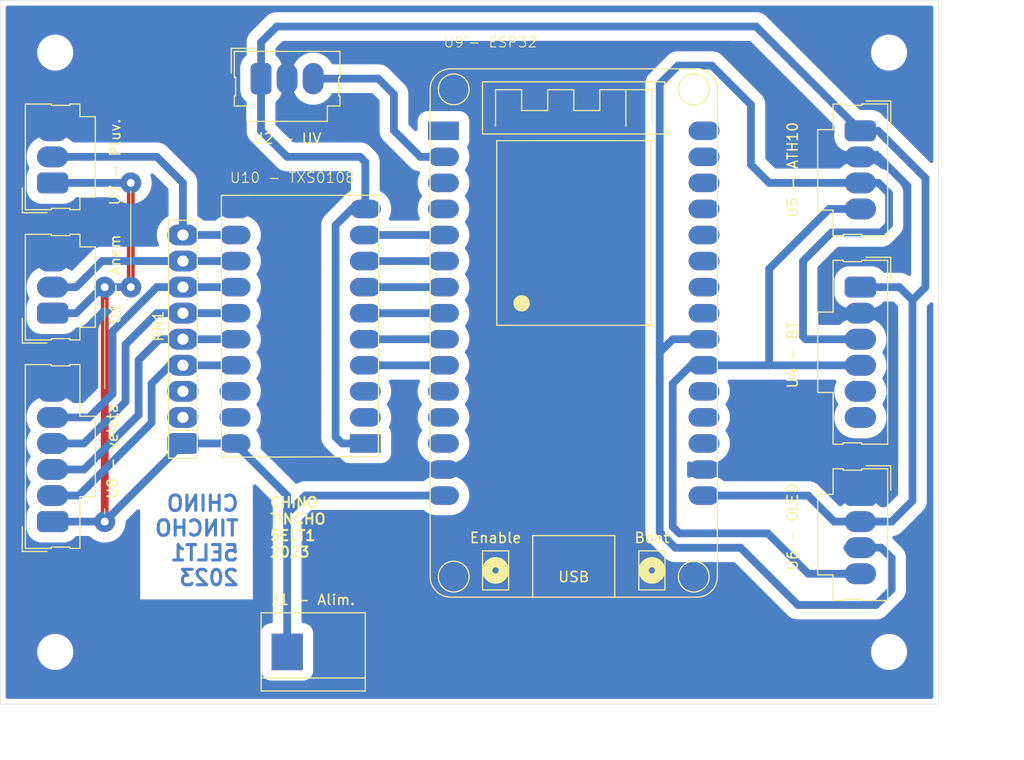
<source format=kicad_pcb>
(kicad_pcb (version 20221018) (generator pcbnew)
  (title_block (title "Estación Meteorológica") (rev "2") (company "Taller de Electrónica") (comment 1 "Tincho y Chino (+Nacho)") (comment 2 "5ELT1") (comment 3 "Proyecto"))
  (layers (0 "F.Cu" signal) (31 "B.Cu" signal) (34 "B.Paste" user) (35 "F.Paste" user) (36 "B.SilkS" user "B.Silkscreen") (37 "F.SilkS" user "F.Silkscreen") (38 "B.Mask" user) (39 "F.Mask" user) (44 "Edge.Cuts" user))
  (net 0 "")
  (net 1 "+3.3V")
  (net 2 "+5V")
  (net 3 "Earth")
  (net 6 "/N")
  (net 7 "/E")
  (net 8 "/S")
  (net 9 "/O")
  (net 10 "/VEL")
  (net 11 "/PL")
  (net 12 "/UV")
  (net 13 "Net-(U4-SCL)")
  (net 14 "Net-(U4-SDA)")
  (net 20 "Net-(U10-A8)")
  (net 21 "Net-(U10-A7)")
  (net 22 "Net-(U10-A6)")
  (net 23 "Net-(U10-A5)")
  (net 24 "Net-(U10-A4)")
  (net 25 "Net-(U10-A3)")
  (footprint "Estacion_met:Molex_6_1x06_P2.54mm_Vertical" (layer "F.Cu") (at 139.192 52.578 -90)
    (fp_text reference "U4 - BT" (at 6.604 6.604 90) (layer "F.SilkS"))
    (fp_text value "BMP280")
    (fp_line (start -2.91 -2.96) (end -0.5 -2.96) (stroke (width 0.12)) (layer "F.SilkS"))
    (fp_line (start -2.91 -0.55) (end -2.91 -2.96) (stroke (width 0.12)) (layer "F.SilkS"))
    (fp_line (start -2.61 -2.66) (end -2.61 -0.13) (stroke (width 0.12)) (layer "F.SilkS"))
    (fp_line (start -2.61 -0.13) (end -2.48 -0.13) (stroke (width 0.12)) (layer "F.SilkS"))
    (fp_line (start -2.61 1.68) (end -2.61 2.66) (stroke (width 0.12)) (layer "F.SilkS"))
    (fp_line (start -2.61 2.66) (end 2.43 2.66) (stroke (width 0.12)) (layer "F.SilkS"))
    (fp_line (start -2.48 -0.13) (end -2.48 1.68) (stroke (width 0.12)) (layer "F.SilkS"))
    (fp_line (start -2.48 1.68) (end -2.61 1.68) (stroke (width 0.12)) (layer "F.SilkS"))
    (fp_line (start 2.43 2.66) (end 2.43 4.16) (stroke (width 0.12)) (layer "F.SilkS"))
    (fp_line (start 2.43 4.16) (end 10.27 4.16) (stroke (width 0.12)) (layer "F.SilkS"))
    (fp_line (start 10.27 2.66) (end 15.31 2.66) (stroke (width 0.12)) (layer "F.SilkS"))
    (fp_line (start 10.27 4.16) (end 10.27 2.66) (stroke (width 0.12)) (layer "F.SilkS"))
    (fp_line (start 15.18 -0.13) (end 15.31 -0.13) (stroke (width 0.12)) (layer "F.SilkS"))
    (fp_line (start 15.18 1.68) (end 15.18 -0.13) (stroke (width 0.12)) (layer "F.SilkS"))
    (fp_line (start 15.31 -2.66) (end -2.61 -2.66) (stroke (width 0.12)) (layer "F.SilkS"))
    (fp_line (start 15.31 -0.13) (end 15.31 -2.66) (stroke (width 0.12)) (layer "F.SilkS"))
    (fp_line (start 15.31 1.68) (end 15.18 1.68) (stroke (width 0.12)) (layer "F.SilkS"))
    (fp_line (start 15.31 2.66) (end 15.31 1.68) (stroke (width 0.12)) (layer "F.SilkS"))
    (pad "1" thru_hole roundrect (at 0 0 270) (size 2.032 3.048) (drill 0.001) (layers "*.Cu" "*.Mask") (net 1 "+3.3V"))
    (pad "2" thru_hole oval (at 2.54 0 270) (size 2.032 3.048) (drill 0.001) (layers "*.Cu" "*.Mask") (net 3 "Earth"))
    (pad "3" thru_hole oval (at 5.08 0 270) (size 2.032 3.048) (drill 0.001) (layers "*.Cu" "*.Mask") (net 13 "Net-(U4-SCL)"))
    (pad "4" thru_hole oval (at 7.62 0 270) (size 2.032 3.048) (drill 0.001) (layers "*.Cu" "*.Mask") (net 14 "Net-(U4-SDA)"))
    (pad "5" thru_hole oval (at 10.16 0 270) (size 2.032 3.048) (drill 0.001) (layers "*.Cu" "*.Mask"))
    (pad "6" thru_hole oval (at 12.7 0 270) (size 2.032 3.048) (drill 0.001) (layers "*.Cu" "*.Mask"))
  )
  (footprint "Estacion_met:R_Array_SIP9" (layer "F.Cu") (at 73.152 67.818 90)
    (fp_text reference "RN1" (at 11.43 -2.4 90) (layer "F.SilkS"))
    (fp_text value "R_Network08")
    (fp_line (start -1.44 -1.4) (end -1.44 1.4) (stroke (width 0.12)) (layer "F.SilkS"))
    (fp_line (start -1.44 1.4) (end 21.76 1.4) (stroke (width 0.12)) (layer "F.SilkS"))
    (fp_line (start 1.27 -1.4) (end 1.27 1.4) (stroke (width 0.12)) (layer "F.SilkS"))
    (fp_line (start 21.76 -1.4) (end -1.44 -1.4) (stroke (width 0.12)) (layer "F.SilkS"))
    (fp_line (start 21.76 1.4) (end 21.76 -1.4) (stroke (width 0.12)) (layer "F.SilkS"))
    (pad "1" thru_hole roundrect (at 0 0 90) (size 2.032 3.048) (drill 0.001) (layers "*.Cu" "*.Mask") (net 2 "+5V"))
    (pad "2" thru_hole oval (at 2.54 0 90) (size 2.032 3.048) (drill 1.09) (layers "*.Cu" "*.Mask" "Dwgs.User"))
    (pad "3" thru_hole oval (at 5.08 0 90) (size 2.032 3.048) (drill 1.09) (layers "*.Cu" "*.Mask" "Dwgs.User"))
    (pad "4" thru_hole oval (at 7.62 0 90) (size 2.032 3.048) (drill 1.09) (layers "*.Cu" "*.Mask" "Dwgs.User") (net 6 "/N"))
    (pad "5" thru_hole oval (at 10.16 0 90) (size 2.032 3.048) (drill 1.09) (layers "*.Cu" "*.Mask" "Dwgs.User") (net 7 "/E"))
    (pad "6" thru_hole oval (at 12.7 0 90) (size 2.032 3.048) (drill 1.09) (layers "*.Cu" "*.Mask" "Dwgs.User") (net 8 "/S"))
    (pad "7" thru_hole oval (at 15.24 0 90) (size 2.032 3.048) (drill 1.09) (layers "*.Cu" "*.Mask" "Dwgs.User") (net 9 "/O"))
    (pad "8" thru_hole oval (at 17.78 0 90) (size 2.032 3.048) (drill 1.09) (layers "*.Cu" "*.Mask" "Dwgs.User") (net 10 "/VEL"))
    (pad "9" thru_hole oval (at 20.32 0 90) (size 2.032 3.048) (drill 1.09) (layers "*.Cu" "*.Mask" "Dwgs.User") (net 11 "/PL"))
  )
  (footprint "MountingHole:MountingHole_3mm" (layer "F.Cu") (at 141.986 29.718)
    (fp_text reference "REF**" hide)
    (fp_text value "MountingHole_3mm" hide)
    (pad "" np_thru_hole circle (at 0 0) (size 3 3) (drill 3) (layers "F&B.Cu" "*.Mask"))
  )
  (footprint "Estacion_met:Molex_4_1x04_P2.54mm_Vertical" (layer "F.Cu") (at 139.192 37.338 -90)
    (fp_text reference "U5 - ATH10" (at 3.81 6.604 90) (layer "F.SilkS"))
    (fp_text value "ATH10")
    (fp_line (start -2.91 -2.96) (end -0.5 -2.96) (stroke (width 0.12)) (layer "F.SilkS"))
    (fp_line (start -2.91 -0.55) (end -2.91 -2.96) (stroke (width 0.12)) (layer "F.SilkS"))
    (fp_line (start -2.61 -2.66) (end -2.61 -0.13) (stroke (width 0.12)) (layer "F.SilkS"))
    (fp_line (start -2.61 -0.13) (end -2.48 -0.13) (stroke (width 0.12)) (layer "F.SilkS"))
    (fp_line (start -2.61 1.68) (end -2.61 2.66) (stroke (width 0.12)) (layer "F.SilkS"))
    (fp_line (start -2.61 2.66) (end -0.11 2.66) (stroke (width 0.12)) (layer "F.SilkS"))
    (fp_line (start -2.48 -0.13) (end -2.48 1.68) (stroke (width 0.12)) (layer "F.SilkS"))
    (fp_line (start -2.48 1.68) (end -2.61 1.68) (stroke (width 0.12)) (layer "F.SilkS"))
    (fp_line (start -0.11 2.66) (end -0.11 4.16) (stroke (width 0.12)) (layer "F.SilkS"))
    (fp_line (start -0.11 4.16) (end 7.73 4.16) (stroke (width 0.12)) (layer "F.SilkS"))
    (fp_line (start 7.73 2.66) (end 10.23 2.66) (stroke (width 0.12)) (layer "F.SilkS"))
    (fp_line (start 7.73 4.16) (end 7.73 2.66) (stroke (width 0.12)) (layer "F.SilkS"))
    (fp_line (start 10.1 -0.13) (end 10.23 -0.13) (stroke (width 0.12)) (layer "F.SilkS"))
    (fp_line (start 10.1 1.68) (end 10.1 -0.13) (stroke (width 0.12)) (layer "F.SilkS"))
    (fp_line (start 10.23 -2.66) (end -2.61 -2.66) (stroke (width 0.12)) (layer "F.SilkS"))
    (fp_line (start 10.23 -0.13) (end 10.23 -2.66) (stroke (width 0.12)) (layer "F.SilkS"))
    (fp_line (start 10.23 1.68) (end 10.1 1.68) (stroke (width 0.12)) (layer "F.SilkS"))
    (fp_line (start 10.23 2.66) (end 10.23 1.68) (stroke (width 0.12)) (layer "F.SilkS"))
    (pad "1" thru_hole roundrect (at 0 0 270) (size 2.032 3.048) (drill 0.001) (layers "*.Cu" "*.Mask") (net 1 "+3.3V"))
    (pad "2" thru_hole oval (at 2.54 0 270) (size 2.032 3.048) (drill 0.001) (layers "*.Cu" "*.Mask") (net 3 "Earth"))
    (pad "3" thru_hole oval (at 5.08 0 270) (size 2.032 3.048) (drill 0.001) (layers "*.Cu" "*.Mask") (net 13 "Net-(U4-SCL)"))
    (pad "4" thru_hole oval (at 7.62 0 270) (size 2.032 3.048) (drill 0.001) (layers "*.Cu" "*.Mask") (net 14 "Net-(U4-SDA)"))
  )
  (footprint "Estacion_met:Bornera-2_P5.08mm" (layer "F.Cu") (at 83.312 88.138)
    (fp_text reference "J1 - Alim." (at 2.54 -5.08) (layer "F.SilkS"))
    (fp_text value "Alimentación")
    (fp_line (start -2.54 -3.81) (end -2.54 3.81) (stroke (width 0.12)) (layer "F.SilkS"))
    (fp_line (start -2.54 3.81) (end 7.62 3.81) (stroke (width 0.12)) (layer "F.SilkS"))
    (fp_line (start 7.62 -3.81) (end -2.54 -3.81) (stroke (width 0.12)) (layer "F.SilkS"))
    (fp_line (start 7.62 2.54) (end -2.54 2.54) (stroke (width 0.12)) (layer "F.SilkS"))
    (fp_line (start 7.62 3.81) (end 7.62 -3.81) (stroke (width 0.12)) (layer "F.SilkS"))
    (pad "1" thru_hole rect (at 0 0) (size 3.048 3.556) (drill 0.001) (layers "*.Cu" "*.Mask") (net 2 "+5V"))
    (pad "2" thru_hole oval (at 5.08 0) (size 3.048 3.556) (drill 0.001) (layers "*.Cu" "*.Mask") (net 3 "Earth"))
  )
  (footprint "Estacion_met:Molex_3_1x03_P2.54mm_Vertical" (layer "F.Cu") (at 80.772 32.258)
    (fp_text reference "U2 - UV" (at 2.54 5.842) (layer "F.SilkS"))
    (fp_text value "GUVA_12S")
    (fp_line (start -2.91 -2.96) (end -0.5 -2.96) (stroke (width 0.12)) (layer "F.SilkS"))
    (fp_line (start -2.91 -0.55) (end -2.91 -2.96) (stroke (width 0.12)) (layer "F.SilkS"))
    (fp_line (start -2.61 -2.66) (end -2.61 -0.13) (stroke (width 0.12)) (layer "F.SilkS"))
    (fp_line (start -2.61 -0.13) (end -2.48 -0.13) (stroke (width 0.12)) (layer "F.SilkS"))
    (fp_line (start -2.61 1.68) (end -2.61 2.66) (stroke (width 0.12)) (layer "F.SilkS"))
    (fp_line (start -2.61 2.66) (end -1.38 2.66) (stroke (width 0.12)) (layer "F.SilkS"))
    (fp_line (start -2.48 -0.13) (end -2.48 1.68) (stroke (width 0.12)) (layer "F.SilkS"))
    (fp_line (start -2.48 1.68) (end -2.61 1.68) (stroke (width 0.12)) (layer "F.SilkS"))
    (fp_line (start -1.38 2.66) (end -1.38 4.16) (stroke (width 0.12)) (layer "F.SilkS"))
    (fp_line (start -1.38 4.16) (end 6.46 4.16) (stroke (width 0.12)) (layer "F.SilkS"))
    (fp_line (start 6.46 2.66) (end 7.69 2.66) (stroke (width 0.12)) (layer "F.SilkS"))
    (fp_line (start 6.46 4.16) (end 6.46 2.66) (stroke (width 0.12)) (layer "F.SilkS"))
    (fp_line (start 7.56 -0.13) (end 7.69 -0.13) (stroke (width 0.12)) (layer "F.SilkS"))
    (fp_line (start 7.56 1.68) (end 7.56 -0.13) (stroke (width 0.12)) (layer "F.SilkS"))
    (fp_line (start 7.69 -2.66) (end -2.61 -2.66) (stroke (width 0.12)) (layer "F.SilkS"))
    (fp_line (start 7.69 -0.13) (end 7.69 -2.66) (stroke (width 0.12)) (layer "F.SilkS"))
    (fp_line (start 7.69 1.68) (end 7.56 1.68) (stroke (width 0.12)) (layer "F.SilkS"))
    (fp_line (start 7.69 2.66) (end 7.69 1.68) (stroke (width 0.12)) (layer "F.SilkS"))
    (pad "1" thru_hole roundrect (at 0 0) (size 2.032 3.048) (drill 0.001) (layers "*.Cu" "*.Mask") (net 1 "+3.3V"))
    (pad "2" thru_hole oval (at 2.54 0) (size 2.032 3.048) (drill 0.001) (layers "*.Cu" "*.Mask") (net 3 "Earth"))
    (pad "3" thru_hole oval (at 5.08 0) (size 2.032 3.048) (drill 0.001) (layers "*.Cu" "*.Mask") (net 12 "/UV"))
  )
  (footprint "MountingHole:MountingHole_3mm" (layer "F.Cu") (at 141.986 88.138)
    (fp_text reference "REF**" hide)
    (fp_text value "MountingHole_3mm" hide)
    (pad "" np_thru_hole circle (at 0 0) (size 3 3) (drill 3) (layers "F&B.Cu" "*.Mask"))
  )
  (footprint "Estacion_met:Molex_3_1x03_P2.54mm_Vertical" (layer "F.Cu") (at 60.452 42.418 90)
    (fp_text reference "U7 - Pluv." (at 2.032 6.096 90) (layer "F.SilkS"))
    (fp_text value "Pluviómetro")
    (fp_line (start -2.91 -2.96) (end -0.5 -2.96) (stroke (width 0.12)) (layer "F.SilkS"))
    (fp_line (start -2.91 -0.55) (end -2.91 -2.96) (stroke (width 0.12)) (layer "F.SilkS"))
    (fp_line (start -2.61 -2.66) (end -2.61 -0.13) (stroke (width 0.12)) (layer "F.SilkS"))
    (fp_line (start -2.61 -0.13) (end -2.48 -0.13) (stroke (width 0.12)) (layer "F.SilkS"))
    (fp_line (start -2.61 1.68) (end -2.61 2.66) (stroke (width 0.12)) (layer "F.SilkS"))
    (fp_line (start -2.61 2.66) (end -1.38 2.66) (stroke (width 0.12)) (layer "F.SilkS"))
    (fp_line (start -2.48 -0.13) (end -2.48 1.68) (stroke (width 0.12)) (layer "F.SilkS"))
    (fp_line (start -2.48 1.68) (end -2.61 1.68) (stroke (width 0.12)) (layer "F.SilkS"))
    (fp_line (start -1.38 2.66) (end -1.38 4.16) (stroke (width 0.12)) (layer "F.SilkS"))
    (fp_line (start -1.38 4.16) (end 6.46 4.16) (stroke (width 0.12)) (layer "F.SilkS"))
    (fp_line (start 6.46 2.66) (end 7.69 2.66) (stroke (width 0.12)) (layer "F.SilkS"))
    (fp_line (start 6.46 4.16) (end 6.46 2.66) (stroke (width 0.12)) (layer "F.SilkS"))
    (fp_line (start 7.56 -0.13) (end 7.69 -0.13) (stroke (width 0.12)) (layer "F.SilkS"))
    (fp_line (start 7.56 1.68) (end 7.56 -0.13) (stroke (width 0.12)) (layer "F.SilkS"))
    (fp_line (start 7.69 -2.66) (end -2.61 -2.66) (stroke (width 0.12)) (layer "F.SilkS"))
    (fp_line (start 7.69 -0.13) (end 7.69 -2.66) (stroke (width 0.12)) (layer "F.SilkS"))
    (fp_line (start 7.69 1.68) (end 7.56 1.68) (stroke (width 0.12)) (layer "F.SilkS"))
    (fp_line (start 7.69 2.66) (end 7.69 1.68) (stroke (width 0.12)) (layer "F.SilkS"))
    (pad "1" thru_hole roundrect (at 0 0 90) (size 2.032 3.048) (drill 0.001) (layers "*.Cu" "*.Mask") (net 2 "+5V"))
    (pad "2" thru_hole oval (at 2.54 0 90) (size 2.032 3.048) (drill 0.001) (layers "*.Cu" "*.Mask") (net 11 "/PL"))
    (pad "3" thru_hole oval (at 5.08 0 90) (size 2.032 3.048) (drill 0.001) (layers "*.Cu" "*.Mask") (net 3 "Earth"))
  )
  (footprint "Estacion_met:ESP32_DEV1" (layer "F.Cu") (at 111.252 50.038)
    (fp_text reference "U9`- ESP32" (at -8.128 -21.336 unlocked) (layer "F.SilkS") (effects (font (thickness 0.1))))
    (fp_text value "~")
    (fp_text user "USB" (at 0 30.79) (layer "F.SilkS"))
    (fp_text user "Boot" (at 7.62 26.98) (layer "F.SilkS"))
    (fp_text user "Enable" (at -7.62 26.98) (layer "F.SilkS"))
    (fp_line (start -14 -16.74) (end -14 30.76) (stroke (width 0.12)) (layer "F.SilkS"))
    (fp_line (start -12 -18.74) (end 12 -18.74) (stroke (width 0.12)) (layer "F.SilkS"))
    (fp_line (start -12 32.76) (end 12 32.76) (stroke (width 0.12)) (layer "F.SilkS"))
    (fp_line (start -8.89 -17.47) (end 8.89 -17.47) (stroke (width 0.12)) (layer "F.SilkS"))
    (fp_line (start -8.89 -12.39) (end -8.89 -17.47) (stroke (width 0.12)) (layer "F.SilkS"))
    (fp_line (start -8.89 28.25) (end -6.35 28.25) (stroke (width 0.12)) (layer "F.SilkS"))
    (fp_line (start -8.89 32.06) (end -8.89 28.25) (stroke (width 0.12)) (layer "F.SilkS"))
    (fp_line (start -7.62 -16.708) (end -5.08 -16.708) (stroke (width 0.12)) (layer "F.SilkS"))
    (fp_line (start -7.62 -13.152) (end -7.62 -16.708) (stroke (width 0.12)) (layer "F.SilkS"))
    (fp_line (start -7.5 -11.74) (end 7.5 -11.74) (stroke (width 0.12)) (layer "F.SilkS"))
    (fp_line (start -7.5 6.26) (end -7.5 -11.74) (stroke (width 0.12)) (layer "F.SilkS"))
    (fp_line (start -6.35 28.25) (end -6.35 32.06) (stroke (width 0.12)) (layer "F.SilkS"))
    (fp_line (start -6.35 32.06) (end -8.89 32.06) (stroke (width 0.12)) (layer "F.SilkS"))
    (fp_line (start -5.08 -16.708) (end -5.08 -14.676) (stroke (width 0.12)) (layer "F.SilkS"))
    (fp_line (start -5.08 -14.676) (end -2.54 -14.676) (stroke (width 0.12)) (layer "F.SilkS"))
    (fp_line (start -4 26.76) (end -4 32.76) (stroke (width 0.12)) (layer "F.SilkS"))
    (fp_line (start -4 26.76) (end 4 26.76) (stroke (width 0.12)) (layer "F.SilkS"))
    (fp_line (start -2.54 -16.708) (end 0 -16.708) (stroke (width 0.12)) (layer "F.SilkS"))
    (fp_line (start -2.54 -14.676) (end -2.54 -16.708) (stroke (width 0.12)) (layer "F.SilkS"))
    (fp_line (start 0 -16.708) (end 0 -14.676) (stroke (width 0.12)) (layer "F.SilkS"))
    (fp_line (start 0 -14.676) (end 2.54 -14.676) (stroke (width 0.12)) (layer "F.SilkS"))
    (fp_line (start 2.54 -16.708) (end 7.62 -16.708) (stroke (width 0.12)) (layer "F.SilkS"))
    (fp_line (start 2.54 -14.676) (end 2.54 -16.708) (stroke (width 0.12)) (layer "F.SilkS"))
    (fp_line (start 4 26.76) (end 4 32.76) (stroke (width 0.12)) (layer "F.SilkS"))
    (fp_line (start 5.08 -16.708) (end 5.08 -13.152) (stroke (width 0.12)) (layer "F.SilkS"))
    (fp_line (start 6.35 28.25) (end 8.89 28.25) (stroke (width 0.12)) (layer "F.SilkS"))
    (fp_line (start 6.35 32.06) (end 6.35 28.25) (stroke (width 0.12)) (layer "F.SilkS"))
    (fp_line (start 7.5 -11.74) (end 7.5 6.26) (stroke (width 0.12)) (layer "F.SilkS"))
    (fp_line (start 7.5 6.26) (end -7.5 6.26) (stroke (width 0.12)) (layer "F.SilkS"))
    (fp_line (start 7.62 -16.708) (end 7.62 -13.152) (stroke (width 0.12)) (layer "F.SilkS"))
    (fp_line (start 8.89 -17.47) (end 8.89 -12.39) (stroke (width 0.12)) (layer "F.SilkS"))
    (fp_line (start 8.89 -12.39) (end -8.89 -12.39) (stroke (width 0.12)) (layer "F.SilkS"))
    (fp_line (start 8.89 28.25) (end 8.89 32.06) (stroke (width 0.12)) (layer "F.SilkS"))
    (fp_line (start 8.89 32.06) (end 6.35 32.06) (stroke (width 0.12)) (layer "F.SilkS"))
    (fp_line (start 14 30.76) (end 14 -16.74) (stroke (width 0.12)) (layer "F.SilkS"))
    (fp_arc (start -14 -16.74) (mid -13.414214 -18.154214) (end -12 -18.74) (stroke (width 0.12)) (layer "F.SilkS"))
    (fp_arc (start -12 32.76) (mid -13.414214 32.174214) (end -14 30.76) (stroke (width 0.12)) (layer "F.SilkS"))
    (fp_arc (start 12 -18.74) (mid 13.414214 -18.154214) (end 14 -16.74) (stroke (width 0.12)) (layer "F.SilkS"))
    (fp_arc (start 14 30.76) (mid 13.414214 32.174214) (end 12 32.76) (stroke (width 0.12)) (layer "F.SilkS"))
    (fp_circle (center -11.7 -16.74) (end -10.2 -16.74) (stroke (width 0.12)) (fill none) (layer "F.SilkS"))
    (fp_circle (center -11.7 30.76) (end -10.2 30.76) (stroke (width 0.12)) (fill none) (layer "F.SilkS"))
    (fp_circle (center -7.62 30.155) (end -7.32 30.155) (stroke (width 1)) (fill none) (layer "F.SilkS"))
    (fp_circle (center -5.08 4.12) (end -4.68 4.12) (stroke (width 0.8)) (fill none) (layer "F.SilkS"))
    (fp_circle (center 7.62 30.155) (end 7.92 30.155) (stroke (width 1)) (fill none) (layer "F.SilkS"))
    (fp_circle (center 11.7 -16.74) (end 13.2 -16.74) (stroke (width 0.12)) (fill none) (layer "F.SilkS"))
    (fp_circle (center 11.7 30.76) (end 13.2 30.76) (stroke (width 0.12)) (fill none) (layer "F.SilkS"))
    (pad "1" thru_hole rect (at -12.7 -12.7) (size 3 1.8) (drill 0.001) (layers "*.Cu" "*.Mask"))
    (pad "2" thru_hole oval (at -12.7 -10.16) (size 3 1.8) (drill 0.001) (layers "*.Cu" "*.Mask") (net 12 "/UV"))
    (pad "3" thru_hole oval (at -12.7 -7.62) (size 3 1.8) (drill 0.001) (layers "*.Cu" "*.Mask"))
    (pad "4" thru_hole oval (at -12.7 -5.08) (size 3 1.8) (drill 0.001) (layers "*.Cu" "*.Mask"))
    (pad "5" thru_hole oval (at -12.7 -2.54) (size 3 1.8) (drill 0.001) (layers "*.Cu" "*.Mask") (net 20 "Net-(U10-A8)"))
    (pad "6" thru_hole oval (at -12.7 0) (size 3 1.8) (drill 0.001) (layers "*.Cu" "*.Mask") (net 21 "Net-(U10-A7)"))
    (pad "7" thru_hole oval (at -12.7 2.54) (size 3 1.8) (drill 0.001) (layers "*.Cu" "*.Mask") (net 22 "Net-(U10-A6)"))
    (pad "8" thru_hole oval (at -12.7 5.08) (size 3 1.8) (drill 0.001) (layers "*.Cu" "*.Mask") (net 23 "Net-(U10-A5)"))
    (pad "9" thru_hole oval (at -12.7 7.62) (size 3 1.8) (drill 0.001) (layers "*.Cu" "*.Mask") (net 24 "Net-(U10-A4)"))
    (pad "10" thru_hole oval (at -12.7 10.16) (size 3 1.8) (drill 0.001) (layers "*.Cu" "*.Mask") (net 25 "Net-(U10-A3)"))
    (pad "11" thru_hole oval (at -12.7 12.7) (size 3 1.8) (drill 0.001) (layers "*.Cu" "*.Mask"))
    (pad "12" thru_hole oval (at -12.7 15.24) (size 3 1.8) (drill 0.001) (layers "*.Cu" "*.Mask"))
    (pad "13" thru_hole oval (at -12.7 17.78) (size 3 1.8) (drill 0.001) (layers "*.Cu" "*.Mask"))
    (pad "14" thru_hole oval (at -12.7 20.32) (size 3 1.8) (drill 0.001) (layers "*.Cu" "*.Mask") (net 3 "Earth"))
    (pad "15" thru_hole oval (at -12.7 22.86) (size 3 1.8) (drill 0.001) (layers "*.Cu" "*.Mask") (net 2 "+5V"))
    (pad "16" thru_hole oval (at 12.7 22.86) (size 3 1.8) (drill 0.001) (layers "*.Cu" "*.Mask") (net 1 "+3.3V"))
    (pad "17" thru_hole oval (at 12.7 20.32) (size 3 1.8) (drill 0.001) (layers "*.Cu" "*.Mask") (net 3 "Earth"))
    (pad "18" thru_hole oval (at 12.7 17.78) (size 3 1.8) (drill 0.001) (layers "*.Cu" "*.Mask"))
    (pad "19" thru_hole oval (at 12.7 15.24) (size 3 1.8) (drill 0.001) (layers "*.Cu" "*.Mask"))
    (pad "20" thru_hole oval (at 12.7 12.7) (size 3 1.8) (drill 0.001) (layers "*.Cu" "*.Mask"))
    (pad "21" thru_hole oval (at 12.7 10.16) (size 3 1.8) (drill 0.001) (layers "*.Cu" "*.Mask") (net 14 "Net-(U4-SDA)"))
    (pad "22" thru_hole oval (at 12.7 7.62) (size 3 1.8) (drill 0.001) (layers "*.Cu" "*.Mask") (net 13 "Net-(U4-SCL)"))
    (pad "23" thru_hole oval (at 12.7 5.08) (size 3 1.8) (drill 0.001) (layers "*.Cu" "*.Mask"))
    (pad "24" thru_hole oval (at 12.7 2.54) (size 3 1.8) (drill 0.001) (layers "*.Cu" "*.Mask"))
    (pad "25" thru_hole oval (at 12.7 0) (size 3 1.8) (drill 0.001) (layers "*.Cu" "*.Mask"))
    (pad "26" thru_hole oval (at 12.7 -2.54) (size 3 1.8) (drill 0.001) (layers "*.Cu" "*.Mask"))
    (pad "27" thru_hole oval (at 12.7 -5.08) (size 3 1.8) (drill 0.001) (layers "*.Cu" "*.Mask"))
    (pad "28" thru_hole oval (at 12.7 -7.62) (size 3 1.8) (drill 0.001) (layers "*.Cu" "*.Mask"))
    (pad "29" thru_hole oval (at 12.7 -10.16) (size 3 1.8) (drill 0.001) (layers "*.Cu" "*.Mask"))
    (pad "30" thru_hole oval (at 12.7 -12.7) (size 3 1.8) (drill 0.001) (layers "*.Cu" "*.Mask"))
  )
  (footprint "MountingHole:MountingHole_3mm" (layer "F.Cu") (at 60.706 88.138)
    (fp_text reference "REF**" hide)
    (fp_text value "MountingHole_3mm" hide)
    (pad "" np_thru_hole circle (at 0 0) (size 3 3) (drill 3) (layers "F&B.Cu" "*.Mask"))
  )
  (footprint "Estacion_met:Molex_4_1x04_P2.54mm_Vertical" (layer "F.Cu") (at 139.192 72.898 -90)
    (fp_text reference "U6 - OLED" (at 3.048 6.604 90) (layer "F.SilkS"))
    (fp_text value "~")
    (fp_line (start -2.91 -2.96) (end -0.5 -2.96) (stroke (width 0.12)) (layer "F.SilkS"))
    (fp_line (start -2.91 -0.55) (end -2.91 -2.96) (stroke (width 0.12)) (layer "F.SilkS"))
    (fp_line (start -2.61 -2.66) (end -2.61 -0.13) (stroke (width 0.12)) (layer "F.SilkS"))
    (fp_line (start -2.61 -0.13) (end -2.48 -0.13) (stroke (width 0.12)) (layer "F.SilkS"))
    (fp_line (start -2.61 1.68) (end -2.61 2.66) (stroke (width 0.12)) (layer "F.SilkS"))
    (fp_line (start -2.61 2.66) (end -0.11 2.66) (stroke (width 0.12)) (layer "F.SilkS"))
    (fp_line (start -2.48 -0.13) (end -2.48 1.68) (stroke (width 0.12)) (layer "F.SilkS"))
    (fp_line (start -2.48 1.68) (end -2.61 1.68) (stroke (width 0.12)) (layer "F.SilkS"))
    (fp_line (start -0.11 2.66) (end -0.11 4.16) (stroke (width 0.12)) (layer "F.SilkS"))
    (fp_line (start -0.11 4.16) (end 7.73 4.16) (stroke (width 0.12)) (layer "F.SilkS"))
    (fp_line (start 7.73 2.66) (end 10.23 2.66) (stroke (width 0.12)) (layer "F.SilkS"))
    (fp_line (start 7.73 4.16) (end 7.73 2.66) (stroke (width 0.12)) (layer "F.SilkS"))
    (fp_line (start 10.1 -0.13) (end 10.23 -0.13) (stroke (width 0.12)) (layer "F.SilkS"))
    (fp_line (start 10.1 1.68) (end 10.1 -0.13) (stroke (width 0.12)) (layer "F.SilkS"))
    (fp_line (start 10.23 -2.66) (end -2.61 -2.66) (stroke (width 0.12)) (layer "F.SilkS"))
    (fp_line (start 10.23 -0.13) (end 10.23 -2.66) (stroke (width 0.12)) (layer "F.SilkS"))
    (fp_line (start 10.23 1.68) (end 10.1 1.68) (stroke (width 0.12)) (layer "F.SilkS"))
    (fp_line (start 10.23 2.66) (end 10.23 1.68) (stroke (width 0.12)) (layer "F.SilkS"))
    (pad "1" thru_hole roundrect (at 0 0 270) (size 2.032 3.048) (drill 0.001) (layers "*.Cu" "*.Mask") (net 3 "Earth"))
    (pad "2" thru_hole oval (at 2.54 0 270) (size 2.032 3.048) (drill 0.001) (layers "*.Cu" "*.Mask") (net 1 "+3.3V"))
    (pad "3" thru_hole oval (at 5.08 0 270) (size 2.032 3.048) (drill 0.001) (layers "*.Cu" "*.Mask") (net 13 "Net-(U4-SCL)"))
    (pad "4" thru_hole oval (at 7.62 0 270) (size 2.032 3.048) (drill 0.001) (layers "*.Cu" "*.Mask") (net 14 "Net-(U4-SDA)"))
  )
  (footprint "Estacion_met:Molex_3_1x03_P2.54mm_Vertical" (layer "F.Cu") (at 60.452 55.118 90)
    (fp_text reference "U1 - Anem" (at 3.302 6.096 90) (layer "F.SilkS"))
    (fp_text value "ANEMOMETRO")
    (fp_line (start -2.91 -2.96) (end -0.5 -2.96) (stroke (width 0.12)) (layer "F.SilkS"))
    (fp_line (start -2.91 -0.55) (end -2.91 -2.96) (stroke (width 0.12)) (layer "F.SilkS"))
    (fp_line (start -2.61 -2.66) (end -2.61 -0.13) (stroke (width 0.12)) (layer "F.SilkS"))
    (fp_line (start -2.61 -0.13) (end -2.48 -0.13) (stroke (width 0.12)) (layer "F.SilkS"))
    (fp_line (start -2.61 1.68) (end -2.61 2.66) (stroke (width 0.12)) (layer "F.SilkS"))
    (fp_line (start -2.61 2.66) (end -1.38 2.66) (stroke (width 0.12)) (layer "F.SilkS"))
    (fp_line (start -2.48 -0.13) (end -2.48 1.68) (stroke (width 0.12)) (layer "F.SilkS"))
    (fp_line (start -2.48 1.68) (end -2.61 1.68) (stroke (width 0.12)) (layer "F.SilkS"))
    (fp_line (start -1.38 2.66) (end -1.38 4.16) (stroke (width 0.12)) (layer "F.SilkS"))
    (fp_line (start -1.38 4.16) (end 6.46 4.16) (stroke (width 0.12)) (layer "F.SilkS"))
    (fp_line (start 6.46 2.66) (end 7.69 2.66) (stroke (width 0.12)) (layer "F.SilkS"))
    (fp_line (start 6.46 4.16) (end 6.46 2.66) (stroke (width 0.12)) (layer "F.SilkS"))
    (fp_line (start 7.56 -0.13) (end 7.69 -0.13) (stroke (width 0.12)) (layer "F.SilkS"))
    (fp_line (start 7.56 1.68) (end 7.56 -0.13) (stroke (width 0.12)) (layer "F.SilkS"))
    (fp_line (start 7.69 -2.66) (end -2.61 -2.66) (stroke (width 0.12)) (layer "F.SilkS"))
    (fp_line (start 7.69 -0.13) (end 7.69 -2.66) (stroke (width 0.12)) (layer "F.SilkS"))
    (fp_line (start 7.69 1.68) (end 7.56 1.68) (stroke (width 0.12)) (layer "F.SilkS"))
    (fp_line (start 7.69 2.66) (end 7.69 1.68) (stroke (width 0.12)) (layer "F.SilkS"))
    (pad "1" thru_hole roundrect (at 0 0 90) (size 2.032 3.048) (drill 0.001) (layers "*.Cu" "*.Mask") (net 2 "+5V"))
    (pad "2" thru_hole oval (at 2.54 0 90) (size 2.032 3.048) (drill 0.001) (layers "*.Cu" "*.Mask") (net 10 "/VEL"))
    (pad "3" thru_hole oval (at 5.08 0 90) (size 2.032 3.048) (drill 0.001) (layers "*.Cu" "*.Mask") (net 3 "Earth"))
  )
  (footprint "MountingHole:MountingHole_3mm" (layer "F.Cu") (at 60.706 29.718)
    (fp_text reference "REF**" hide)
    (fp_text value "MountingHole_3mm" hide)
    (pad "" np_thru_hole circle (at 0 0) (size 3 3) (drill 3) (layers "*.Cu" "*.Mask"))
  )
  (footprint "Estacion_met:TSX0108" (layer "F.Cu") (at 84.58266 56.418 180)
    (fp_text reference "U10 - TXS0108" (at 0.76266 14.508 unlocked) (layer "F.SilkS") (effects (font (thickness 0.1))))
    (fp_text value "~")
    (fp_line (start -7.68 12.79) (end 5.02066 12.79) (stroke (width 0.12)) (layer "F.SilkS"))
    (fp_line (start -7.62 -12.7) (end -7.68 12.79) (stroke (width 0.12)) (layer "F.SilkS"))
    (fp_line (start -7.62 -12.7) (end 7.68066 -12.73) (stroke (width 0.12)) (layer "F.SilkS"))
    (fp_line (start 5.02066 12.79) (end 7.68066 12.79) (stroke (width 0.12)) (layer "F.SilkS"))
    (fp_line (start 7.68066 -12.73) (end 7.68066 -10.13) (stroke (width 0.12)) (layer "F.SilkS"))
    (fp_line (start 7.68066 -10.13) (end 7.68066 12.79) (stroke (width 0.12)) (layer "F.SilkS"))
    (pad "1" thru_hole rect (at -6.35 -11.4 180) (size 3 1.8) (drill 0.001) (layers "*.Cu" "*.Mask") (net 1 "+3.3V"))
    (pad "2" thru_hole oval (at -6.35 -8.86 180) (size 3 1.8) (drill 0.001) (layers "*.Cu" "*.Mask"))
    (pad "3" thru_hole oval (at -6.35 -6.32 180) (size 3 1.8) (drill 0.001) (layers "*.Cu" "*.Mask"))
    (pad "4" thru_hole oval (at -6.35 -3.78 180) (size 3 1.8) (drill 0.001) (layers "*.Cu" "*.Mask") (net 25 "Net-(U10-A3)"))
    (pad "5" thru_hole oval (at -6.35 -1.24 180) (size 3 1.8) (drill 0.001) (layers "*.Cu" "*.Mask") (net 24 "Net-(U10-A4)"))
    (pad "6" thru_hole oval (at -6.35 1.3 180) (size 3 1.8) (drill 0.001) (layers "*.Cu" "*.Mask") (net 23 "Net-(U10-A5)"))
    (pad "7" thru_hole oval (at -6.35 3.84 180) (size 3 1.8) (drill 0.001) (layers "*.Cu" "*.Mask") (net 22 "Net-(U10-A6)"))
    (pad "8" thru_hole oval (at -6.35 6.38 180) (size 3 1.8) (drill 0.001) (layers "*.Cu" "*.Mask") (net 21 "Net-(U10-A7)"))
    (pad "9" thru_hole oval (at -6.35 8.92 180) (size 3 1.8) (drill 0.001) (layers "*.Cu" "*.Mask") (net 20 "Net-(U10-A8)"))
    (pad "10" thru_hole oval (at -6.35 11.46 180) (size 3 1.8) (drill 0.001) (layers "*.Cu" "*.Mask") (net 1 "+3.3V"))
    (pad "11" thru_hole oval (at 6.35066 11.46 180) (size 3 1.8) (drill 0.001) (layers "*.Cu" "*.Mask") (net 3 "Earth"))
    (pad "12" thru_hole oval (at 6.35066 8.92 180) (size 3 1.8) (drill 0.001) (layers "*.Cu" "*.Mask") (net 11 "/PL"))
    (pad "13" thru_hole oval (at 6.35066 6.38 180) (size 3 1.8) (drill 0.001) (layers "*.Cu" "*.Mask") (net 10 "/VEL"))
    (pad "14" thru_hole oval (at 6.35066 3.84 180) (size 3 1.8) (drill 0.001) (layers "*.Cu" "*.Mask") (net 9 "/O"))
    (pad "15" thru_hole oval (at 6.35066 1.3 180) (size 3 1.8) (drill 0.001) (layers "*.Cu" "*.Mask") (net 8 "/S"))
    (pad "16" thru_hole oval (at 6.35066 -1.24 180) (size 3 1.8) (drill 0.001) (layers "*.Cu" "*.Mask") (net 7 "/E"))
    (pad "17" thru_hole oval (at 6.35066 -3.78 180) (size 3 1.8) (drill 0.001) (layers "*.Cu" "*.Mask") (net 6 "/N"))
    (pad "18" thru_hole oval (at 6.35066 -6.32 180) (size 3 1.8) (drill 0.001) (layers "*.Cu" "*.Mask"))
    (pad "19" thru_hole oval (at 6.35066 -8.86 180) (size 3 1.8) (drill 0.001) (layers "*.Cu" "*.Mask"))
    (pad "20" thru_hole oval (at 6.35066 -11.4 180) (size 3 1.8) (drill 0.001) (layers "*.Cu" "*.Mask") (net 2 "+5V"))
  )
  (footprint "Estacion_met:Molex_6_1x06_P2.54mm_Vertical" (layer "F.Cu") (at 60.452 75.438 90)
    (fp_text reference "U8 - veleta" (at 6.858 5.842 270) (layer "F.SilkS"))
    (fp_text value "Veleta ")
    (fp_line (start -2.91 -2.96) (end -0.5 -2.96) (stroke (width 0.12)) (layer "F.SilkS"))
    (fp_line (start -2.91 -0.55) (end -2.91 -2.96) (stroke (width 0.12)) (layer "F.SilkS"))
    (fp_line (start -2.61 -2.66) (end -2.61 -0.13) (stroke (width 0.12)) (layer "F.SilkS"))
    (fp_line (start -2.61 -0.13) (end -2.48 -0.13) (stroke (width 0.12)) (layer "F.SilkS"))
    (fp_line (start -2.61 1.68) (end -2.61 2.66) (stroke (width 0.12)) (layer "F.SilkS"))
    (fp_line (start -2.61 2.66) (end 2.43 2.66) (stroke (width 0.12)) (layer "F.SilkS"))
    (fp_line (start -2.48 -0.13) (end -2.48 1.68) (stroke (width 0.12)) (layer "F.SilkS"))
    (fp_line (start -2.48 1.68) (end -2.61 1.68) (stroke (width 0.12)) (layer "F.SilkS"))
    (fp_line (start 2.43 2.66) (end 2.43 4.16) (stroke (width 0.12)) (layer "F.SilkS"))
    (fp_line (start 2.43 4.16) (end 10.27 4.16) (stroke (width 0.12)) (layer "F.SilkS"))
    (fp_line (start 10.27 2.66) (end 15.31 2.66) (stroke (width 0.12)) (layer "F.SilkS"))
    (fp_line (start 10.27 4.16) (end 10.27 2.66) (stroke (width 0.12)) (layer "F.SilkS"))
    (fp_line (start 15.18 -0.13) (end 15.31 -0.13) (stroke (width 0.12)) (layer "F.SilkS"))
    (fp_line (start 15.18 1.68) (end 15.18 -0.13) (stroke (width 0.12)) (layer "F.SilkS"))
    (fp_line (start 15.31 -2.66) (end -2.61 -2.66) (stroke (width 0.12)) (layer "F.SilkS"))
    (fp_line (start 15.31 -0.13) (end 15.31 -2.66) (stroke (width 0.12)) (layer "F.SilkS"))
    (fp_line (start 15.31 1.68) (end 15.18 1.68) (stroke (width 0.12)) (layer "F.SilkS"))
    (fp_line (start 15.31 2.66) (end 15.31 1.68) (stroke (width 0.12)) (layer "F.SilkS"))
    (pad "1" thru_hole roundrect (at 0 0 90) (size 2.032 3.048) (drill 0.001) (layers "*.Cu" "*.Mask") (net 2 "+5V"))
    (pad "2" thru_hole oval (at 2.54 0 90) (size 2.032 3.048) (drill 0.001) (layers "*.Cu" "*.Mask") (net 6 "/N"))
    (pad "3" thru_hole oval (at 5.08 0 90) (size 2.032 3.048) (drill 0.001) (layers "*.Cu" "*.Mask") (net 7 "/E"))
    (pad "4" thru_hole oval (at 7.62 0 90) (size 2.032 3.048) (drill 0.001) (layers "*.Cu" "*.Mask") (net 8 "/S"))
    (pad "5" thru_hole oval (at 10.16 0 90) (size 2.032 3.048) (drill 0.001) (layers "*.Cu" "*.Mask") (net 9 "/O"))
    (pad "6" thru_hole oval (at 12.7 0 90) (size 2.032 3.048) (drill 0.001) (layers "*.Cu" "*.Mask") (net 3 "Earth"))
  )
  (gr_line (start 68.072 43.18) (end 68.072 51.562) (stroke (width 0.1)) (layer "F.SilkS"))
  (gr_line (start 65.532 74.168) (end 65.532 74.676) (stroke (width 0.1)) (layer "F.SilkS"))
  (gr_line (start 65.532 53.848) (end 65.532 62.484) (stroke (width 0.1)) (layer "F.SilkS"))
  (gr_line (start 146.812 93.218) (end 146.812 24.638) (stroke (width 0.05)) (layer "Edge.Cuts"))
  (gr_line (start 55.372 93.218) (end 146.812 93.218) (stroke (width 0.05)) (layer "Edge.Cuts"))
  (gr_line (start 146.812 24.638) (end 55.372 24.638) (stroke (width 0.05)) (layer "Edge.Cuts"))
  (gr_line (start 55.372 24.638) (end 55.372 93.218) (stroke (width 0.05)) (layer "Edge.Cuts"))
  (gr_text "CHINO\nTINCHO\n5ELT1\n2023" (at 78.74 81.788) (layer "B.Cu") (effects (font (size 1.5 1.5) (thickness 0.3) bold) (justify left bottom mirror)))
  (gr_text "CHINO\nTINCHO\n5ELT1\n2023" (at 81.534 78.994) (layer "F.SilkS") (effects (font (size 1 1) (thickness 0.2) bold) (justify left bottom)))
  (segment (start 140.918238 37.338) (end 139.192 37.338) (width 0.762) (layer "B.Cu") (net 1))
  (segment (start 88.67066 67.818) (end 88.03566 67.183) (width 0.762) (layer "B.Cu") (net 1))
  (segment (start 88.03566 67.183) (end 88.03566 46.546551) (width 0.762) (layer "B.Cu") (net 1))
  (segment (start 142.24 75.438) (end 144.272 73.406) (width 0.762) (layer "B.Cu") (net 1))
  (segment (start 145.541501 52.578499) (end 145.541501 41.961263) (width 0.762) (layer "B.Cu") (net 1))
  (segment (start 136.652 75.438) (end 134.112 72.898) (width 0.762) (layer "B.Cu") (net 1))
  (segment (start 90.93266 40.38666) (end 90.424 39.878) (width 0.762) (layer "B.Cu") (net 1))
  (segment (start 82.296 27.178) (end 80.772 28.702) (width 0.762) (layer "B.Cu") (net 1))
  (segment (start 80.772 28.702) (end 80.772 32.258) (width 0.762) (layer "B.Cu") (net 1))
  (segment (start 129.032 27.178) (end 82.296 27.178) (width 0.762) (layer "B.Cu") (net 1))
  (segment (start 88.03566 46.546551) (end 89.624211 44.958) (width 0.762) (layer "B.Cu") (net 1))
  (segment (start 83.312 39.878) (end 80.772 37.338) (width 0.762) (layer "B.Cu") (net 1))
  (segment (start 139.192 75.438) (end 136.652 75.438) (width 0.762) (layer "B.Cu") (net 1))
  (segment (start 80.772 37.338) (end 80.772 32.258) (width 0.762) (layer "B.Cu") (net 1))
  (segment (start 144.272 53.848) (end 143.002 52.578) (width 0.762) (layer "B.Cu") (net 1))
  (segment (start 90.93266 44.958) (end 90.93266 40.38666) (width 0.762) (layer "B.Cu") (net 1))
  (segment (start 143.002 52.578) (end 139.192 52.578) (width 0.762) (layer "B.Cu") (net 1))
  (segment (start 139.192 75.438) (end 142.24 75.438) (width 0.762) (layer "B.Cu") (net 1))
  (segment (start 90.424 39.878) (end 83.312 39.878) (width 0.762) (layer "B.Cu") (net 1))
  (segment (start 144.272 53.848) (end 145.541501 52.578499) (width 0.762) (layer "B.Cu") (net 1))
  (segment (start 139.192 37.338) (end 129.032 27.178) (width 0.762) (layer "B.Cu") (net 1))
  (segment (start 89.624211 44.958) (end 90.93266 44.958) (width 0.762) (layer "B.Cu") (net 1))
  (segment (start 134.112 72.898) (end 123.952 72.898) (width 0.762) (layer "B.Cu") (net 1))
  (segment (start 90.93266 67.818) (end 88.67066 67.818) (width 0.762) (layer "B.Cu") (net 1))
  (segment (start 144.272 73.406) (end 144.272 53.848) (width 0.762) (layer "B.Cu") (net 1))
  (segment (start 145.541501 41.961263) (end 140.918238 37.338) (width 0.762) (layer "B.Cu") (net 1))
  (segment (start 68.072 52.578) (end 68.072 42.418) (width 0.762) (layer "F.Cu") (net 2))
  (segment (start 65.531999 52.578001) (end 65.532 52.578) (width 0.762) (layer "F.Cu") (net 2))
  (segment (start 65.531999 75.438001) (end 65.531999 52.578001) (width 0.762) (layer "F.Cu") (net 2))
  (via (at 65.531999 75.438001) (size 2.032) (drill 0.762) (layers "F.Cu" "B.Cu") (net 2))
  (via (at 68.072 42.418) (size 2.032) (drill 0.762) (layers "F.Cu" "B.Cu") (net 2))
  (via (at 68.072 52.578) (size 2.032) (drill 0.762) (layers "F.Cu" "B.Cu") (net 2))
  (via (at 65.532 52.578) (size 2.032) (drill 0.762) (layers "F.Cu" "B.Cu") (net 2))
  (segment (start 83.312 74.676) (end 83.312 72.898) (width 0.762) (layer "B.Cu") (net 2))
  (segment (start 65.531998 75.438) (end 65.531999 75.438001) (width 0.762) (layer "B.Cu") (net 2))
  (segment (start 83.312 72.898) (end 78.232 67.818) (width 0.762) (layer "B.Cu") (net 2))
  (segment (start 78.232 67.818) (end 73.152 67.818) (width 0.762) (layer "B.Cu") (net 2))
  (segment (start 62.738 55.118) (end 65.278 52.578) (width 0.762) (layer "B.Cu") (net 2))
  (segment (start 60.452 75.438) (end 65.531998 75.438) (width 0.762) (layer "B.Cu") (net 2))
  (segment (start 98.552 72.898) (end 85.09 72.898) (width 0.762) (layer "B.Cu") (net 2))
  (segment (start 68.072 42.418) (end 60.452 42.418) (width 0.762) (layer "B.Cu") (net 2))
  (segment (start 85.09 72.898) (end 83.312 74.676) (width 0.762) (layer "B.Cu") (net 2))
  (segment (start 65.278 52.578) (end 68.072 52.578) (width 0.762) (layer "B.Cu") (net 2))
  (segment (start 60.452 55.118) (end 62.738 55.118) (width 0.762) (layer "B.Cu") (net 2))
  (segment (start 83.312 88.138) (end 83.312 74.676) (width 0.762) (layer "B.Cu") (net 2))
  (segment (start 73.152 67.818) (end 65.531999 75.438001) (width 0.762) (layer "B.Cu") (net 2))
  (segment (start 126.492 28.956) (end 103.152 28.956) (width 0.762) (layer "B.Cu") (net 3))
  (segment (start 123.952 70.358) (end 136.652 70.358) (width 0.762) (layer "B.Cu") (net 3))
  (segment (start 84.074 67.818) (end 84.074 46.482) (width 0.762) (layer "B.Cu") (net 3))
  (segment (start 139.446 72.898) (end 142.494499 69.849501) (width 0.762) (layer "B.Cu") (net 3))
  (segment (start 88.392 80.518) (end 88.9 80.518) (width 0.762) (layer "B.Cu") (net 3))
  (segment (start 136.652 70.358) (end 139.192 72.898) (width 0.762) (layer "B.Cu") (net 3))
  (segment (start 57.912 37.338) (end 60.452 37.338) (width 0.762) (layer "B.Cu") (net 3))
  (segment (start 98.552 70.358) (end 100.814 70.358) (width 0.762) (layer "B.Cu") (net 3))
  (segment (start 139.192 72.898) (end 139.446 72.898) (width 0.762) (layer "B.Cu") (net 3))
  (segment (start 98.552 70.358) (end 86.614 70.358) (width 0.762) (layer "B.Cu") (net 3))
  (segment (start 130.81 33.274) (end 126.492 28.956) (width 0.762) (layer "B.Cu") (net 3))
  (segment (start 139.192 39.878) (end 139.065 39.751) (width 0.762) (layer "B.Cu") (net 3))
  (segment (start 140.716 55.118) (end 139.192 55.118) (width 0.762) (layer "B.Cu") (net 3))
  (segment (start 102.587 72.131) (end 102.587 72.644) (width 0.762) (layer "B.Cu") (net 3))
  (segment (start 88.392 88.138) (end 88.392 81.026) (width 0.762) (layer "B.Cu") (net 3))
  (segment (start 143.763501 47.218971) (end 140.817472 50.165) (width 0.762) (layer "B.Cu") (net 3))
  (segment (start 102.771 29.337) (end 83.947 29.337) (width 0.762) (layer "B.Cu") (net 3))
  (segment (start 56.896 60.452) (end 56.896 51.308) (width 0.762) (layer "B.Cu") (net 3))
  (segment (start 88.9 80.518) (end 95.192 80.518) (width 0.762) (layer "B.Cu") (net 3))
  (segment (start 86.614 70.358) (end 84.074 67.818) (width 0.762) (layer "B.Cu") (net 3))
  (segment (start 73.914 37.338) (end 78.232 41.656) (width 0.762) (layer "B.Cu") (net 3))
  (segment (start 84.074 46.482) (end 82.55 44.958) (width 0.762) (layer "B.Cu") (net 3))
  (segment (start 136.271 51.280923) (end 136.271 53.875077) (width 0.762) (layer "B.Cu") (net 3))
  (segment (start 104.572 31.138) (end 102.771 29.337) (width 0.762) (layer "B.Cu") (net 3))
  (segment (start 143.763501 42.697735) (end 143.763501 47.218971) (width 0.762) (layer "B.Cu") (net 3))
  (segment (start 83.312 32.258) (end 83.312 29.972) (width 0.762) (layer "B.Cu") (net 3))
  (segment (start 139.192 39.878) (end 140.943766 39.878) (width 0.762) (layer "B.Cu") (net 3))
  (segment (start 82.55 44.958) (end 78.232 44.958) (width 0.762) (layer "B.Cu") (net 3))
  (segment (start 88.392 81.026) (end 88.9 80.518) (width 0.762) (layer "B.Cu") (net 3))
  (segment (start 142.494499 69.849501) (end 142.494499 56.896499) (width 0.762) (layer "B.Cu") (net 3))
  (segment (start 103.152 28.956) (end 102.771 29.337) (width 0.762) (layer "B.Cu") (net 3))
  (segment (start 140.943766 39.878) (end 143.763501 42.697735) (width 0.762) (layer "B.Cu") (net 3))
  (segment (start 137.386923 50.165) (end 136.271 51.280923) (width 0.762) (layer "B.Cu") (net 3))
  (segment (start 100.814 70.358) (end 102.587 72.131) (width 0.762) (layer "B.Cu") (net 3))
  (segment (start 142.494499 56.896499) (end 140.716 55.118) (width 0.762) (layer "B.Cu") (net 3))
  (segment (start 133.35 39.878) (end 130.81 37.338) (width 0.762) (layer "B.Cu") (net 3))
  (segment (start 102.587 72.644) (end 102.587 73.123) (width 0.762) (layer "B.Cu") (net 3))
  (segment (start 130.81 37.338) (end 130.81 33.274) (width 0.762) (layer "B.Cu") (net 3))
  (segment (start 136.271 53.875077) (end 137.513923 55.118) (width 0.762) (layer "B.Cu") (net 3))
  (segment (start 104.572 51.138) (end 102.587 53.123) (width 0.762) (layer "B.Cu") (net 3))
  (segment (start 140.817472 50.165) (end 137.386923 50.165) (width 0.762) (layer "B.Cu") (net 3))
  (segment (start 98.552 70.358) (end 100.352 70.358) (width 0.762) (layer "B.Cu") (net 3))
  (segment (start 104.572 51.138) (end 104.572 31.138) (width 0.762) (layer "B.Cu") (net 3))
  (segment (start 78.232 44.958) (end 78.232 41.656) (width 0.762) (layer "B.Cu") (net 3))
  (segment (start 60.452 62.738) (end 59.182 62.738) (width 0.762) (layer "B.Cu") (net 3))
  (segment (start 139.065 39.751) (end 137.386923 39.751) (width 0.762) (layer "B.Cu") (net 3))
  (segment (start 102.587 72.644) (end 102.587 53.123) (width 0.762) (layer "B.Cu") (net 3))
  (segment (start 137.513923 55.118) (end 139.192 55.118) (width 0.762) (layer "B.Cu") (net 3))
  (segment (start 60.452 37.338) (end 73.914 37.338) (width 0.762) (layer "B.Cu") (net 3))
  (segment (start 139.192 39.878) (end 133.35 39.878) (width 0.762) (layer "B.Cu") (net 3))
  (segment (start 60.452 50.038) (end 57.531 47.117) (width 0.762) (layer "B.Cu") (net 3))
  (segment (start 58.166 50.038) (end 60.452 50.038) (width 0.762) (layer "B.Cu") (net 3))
  (segment (start 57.531 47.117) (end 57.531 37.719) (width 0.762) (layer "B.Cu") (net 3))
  (segment (start 83.947 29.337) (end 83.312 29.972) (width 0.762) (layer "B.Cu") (net 3))
  (segment (start 59.182 62.738) (end 56.896 60.452) (width 0.762) (layer "B.Cu") (net 3))
  (segment (start 95.192 80.518) (end 102.587 73.123) (width 0.762) (layer "B.Cu") (net 3))
  (segment (start 57.531 37.719) (end 57.912 37.338) (width 0.762) (layer "B.Cu") (net 3))
  (segment (start 56.896 51.308) (end 58.166 50.038) (width 0.762) (layer "B.Cu") (net 3))
  (segment (start 62.992 72.898) (end 60.452 72.898) (width 0.762) (layer "B.Cu") (net 6))
  (segment (start 73.152 60.198) (end 71.882 60.198) (width 0.762) (layer "B.Cu") (net 6))
  (segment (start 78.232 60.198) (end 73.152 60.198) (width 0.762) (layer "B.Cu") (net 6))
  (segment (start 71.882 60.198) (end 70.104 61.976) (width 0.762) (layer "B.Cu") (net 6))
  (segment (start 70.104 65.786) (end 62.992 72.898) (width 0.762) (layer "B.Cu") (net 6))
  (segment (start 70.104 61.976) (end 70.104 65.786) (width 0.762) (layer "B.Cu") (net 6))
  (segment (start 68.834499 59.689501) (end 70.866 57.658) (width 0.762) (layer "B.Cu") (net 7))
  (segment (start 78.232 57.658) (end 73.152 57.658) (width 0.762) (layer "B.Cu") (net 7))
  (segment (start 70.866 57.658) (end 73.152 57.658) (width 0.762) (layer "B.Cu") (net 7))
  (segment (start 63.5 70.358) (end 68.834499 65.023501) (width 0.762) (layer "B.Cu") (net 7))
  (segment (start 68.834499 65.023501) (end 68.834499 59.689501) (width 0.762) (layer "B.Cu") (net 7))
  (segment (start 60.452 70.358) (end 63.5 70.358) (width 0.762) (layer "B.Cu") (net 7))
  (segment (start 60.452 67.818) (end 63.5 67.818) (width 0.762) (layer "B.Cu") (net 8))
  (segment (start 70.612 55.118) (end 73.152 55.118) (width 0.762) (layer "B.Cu") (net 8))
  (segment (start 78.232 55.118) (end 73.152 55.118) (width 0.762) (layer "B.Cu") (net 8))
  (segment (start 67.564997 63.753003) (end 67.564997 58.165003) (width 0.762) (layer "B.Cu") (net 8))
  (segment (start 67.564997 58.165003) (end 70.612 55.118) (width 0.762) (layer "B.Cu") (net 8))
  (segment (start 63.5 67.818) (end 67.564997 63.753003) (width 0.762) (layer "B.Cu") (net 8))
  (segment (start 64.008 65.278) (end 66.295496 62.990504) (width 0.762) (layer "B.Cu") (net 9))
  (segment (start 60.452 65.278) (end 64.008 65.278) (width 0.762) (layer "B.Cu") (net 9))
  (segment (start 78.232 52.578) (end 73.152 52.578) (width 0.762) (layer "B.Cu") (net 9))
  (segment (start 66.295496 62.990504) (end 66.295496 56.894504) (width 0.762) (layer "B.Cu") (net 9))
  (segment (start 66.295496 56.894504) (end 70.612 52.578) (width 0.762) (layer "B.Cu") (net 9))
  (segment (start 70.612 52.578) (end 73.152 52.578) (width 0.762) (layer "B.Cu") (net 9))
  (segment (start 62.738 52.578) (end 63.119 52.197) (width 0.762) (layer "B.Cu") (net 10))
  (segment (start 65.278 50.038) (end 63.119 52.197) (width 0.762) (layer "B.Cu") (net 10))
  (segment (start 78.232 50.038) (end 73.152 50.038) (width 0.762) (layer "B.Cu") (net 10))
  (segment (start 63.119 52.197) (end 63.754 51.562) (width 0.762) (layer "B.Cu") (net 10))
  (segment (start 73.152 50.038) (end 68.072 50.038) (width 0.762) (layer "B.Cu") (net 10))
  (segment (start 60.452 52.578) (end 62.738 52.578) (width 0.762) (layer "B.Cu") (net 10))
  (segment (start 73.152 50.038) (end 65.278 50.038) (width 0.762) (layer "B.Cu") (net 10))
  (segment (start 73.152 47.498) (end 73.152 42.418) (width 0.762) (layer "B.Cu") (net 11))
  (segment (start 73.152 42.418) (end 70.612 39.878) (width 0.762) (layer "B.Cu") (net 11))
  (segment (start 73.152 47.498) (end 78.232 47.498) (width 0.762) (layer "B.Cu") (net 11))
  (segment (start 70.612 39.878) (end 60.452 39.878) (width 0.762) (layer "B.Cu") (net 11))
  (segment (start 96.29 39.878) (end 93.726 37.314) (width 0.762) (layer "B.Cu") (net 12))
  (segment (start 98.552 39.878) (end 96.29 39.878) (width 0.762) (layer "B.Cu") (net 12))
  (segment (start 93.726 37.314) (end 93.726 33.782) (width 0.762) (layer "B.Cu") (net 12))
  (segment (start 92.202 32.258) (end 85.852 32.258) (width 0.762) (layer "B.Cu") (net 12))
  (segment (start 93.726 33.782) (end 92.202 32.258) (width 0.762) (layer "B.Cu") (net 12))
  (segment (start 127.516673 77.986673) (end 121.149327 77.986673) (width 0.762) (layer "B.Cu") (net 13))
  (segment (start 140.97 42.418) (end 141.986 43.434) (width 0.762) (layer "B.Cu") (net 13))
  (segment (start 123.952 57.658) (end 120.904498 57.658) (width 0.762) (layer "B.Cu") (net 13))
  (segment (start 120.904498 57.658) (end 119.634498 58.928) (width 0.762) (layer "B.Cu") (net 13))
  (segment (start 141.224 47.244) (end 136.398 47.244) (width 0.762) (layer "B.Cu") (net 13))
  (segment (start 139.192 42.418) (end 130.302 42.418) (width 0.762) (layer "B.Cu") (net 13))
  (segment (start 139.192 77.978) (end 137.922 77.978) (width 0.762) (layer "B.Cu") (net 13))
  (segment (start 133.858 57.658) (end 133.604 57.404) (width 0.762) (layer "B.Cu") (net 13))
  (segment (start 142.24 82.042) (end 140.716 83.566) (width 0.762) (layer "B.Cu") (net 13))
  (segment (start 139.192 57.658) (end 133.858 57.658) (width 0.762) (layer "B.Cu") (net 13))
  (segment (start 124.714 30.988) (end 121.412498 30.988) (width 0.762) (layer "B.Cu") (net 13))
  (segment (start 128.524 40.64) (end 128.524 34.798) (width 0.762) (layer "B.Cu") (net 13))
  (segment (start 139.192 42.418) (end 140.97 42.418) (width 0.762) (layer "B.Cu") (net 13))
  (segment (start 119.634498 32.766) (end 119.634498 58.928) (width 0.762) (layer "B.Cu") (net 13))
  (segment (start 119.634498 58.928) (end 119.634498 61.375502) (width 0.762) (layer "B.Cu") (net 13))
  (segment (start 141.224 77.978) (end 142.24 78.994) (width 0.762) (layer "B.Cu") (net 13))
  (segment (start 130.302 42.418) (end 128.524 40.64) (width 0.762) (layer "B.Cu") (net 13))
  (segment (start 121.149327 77.986673) (end 119.634498 76.471844) (width 0.762) (layer "B.Cu") (net 13))
  (segment (start 128.524 34.798) (end 124.714 30.988) (width 0.762) (layer "B.Cu") (net 13))
  (segment (start 133.604 50.038) (end 133.604 57.404) (width 0.762) (layer "B.Cu") (net 13))
  (segment (start 140.716 83.566) (end 133.096 83.566) (width 0.762) (layer "B.Cu") (net 13))
  (segment (start 141.986 43.434) (end 141.986 46.482) (width 0.762) (layer "B.Cu") (net 13))
  (segment (start 141.986 46.482) (end 141.224 47.244) (width 0.762) (layer "B.Cu") (net 13))
  (segment (start 139.192 77.978) (end 138.938 77.978) (width 0.762) (layer "B.Cu") (net 13))
  (segment (start 123.352 57.658) (end 123.952 57.658) (width 0.762) (layer "B.Cu") (net 13))
  (segment (start 136.398 47.244) (end 133.604 50.038) (width 0.762) (layer "B.Cu") (net 13))
  (segment (start 133.096 83.566) (end 127.516673 77.986673) (width 0.762) (layer "B.Cu") (net 13))
  (segment (start 142.24 78.994) (end 142.24 82.042) (width 0.762) (layer "B.Cu") (net 13))
  (segment (start 119.634498 76.471844) (end 119.634498 61.375502) (width 0.762) (layer "B.Cu") (net 13))
  (segment (start 139.192 77.978) (end 141.224 77.978) (width 0.762) (layer "B.Cu") (net 13))
  (segment (start 121.412498 30.988) (end 119.634498 32.766) (width 0.762) (layer "B.Cu") (net 13))
  (segment (start 123.952 60.198) (end 130.302 60.198) (width 0.762) (layer "B.Cu") (net 14))
  (segment (start 130.302 50.8) (end 130.302 60.198) (width 0.762) (layer "B.Cu") (net 14))
  (segment (start 139.192 44.958) (end 136.144 44.958) (width 0.762) (layer "B.Cu") (net 14))
  (segment (start 122.682 60.198) (end 123.952 60.198) (width 0.762) (layer "B.Cu") (net 14))
  (segment (start 139.192 80.518) (end 134.112 80.518) (width 0.762) (layer "B.Cu") (net 14))
  (segment (start 120.904 61.976) (end 122.682 60.198) (width 0.762) (layer "B.Cu") (net 14))
  (segment (start 136.144 44.958) (end 130.302 50.8) (width 0.762) (layer "B.Cu") (net 14))
  (segment (start 130.302 60.198) (end 139.192 60.198) (width 0.762) (layer "B.Cu") (net 14))
  (segment (start 134.112 80.518) (end 130.175 76.581) (width 0.762) (layer "B.Cu") (net 14))
  (segment (start 120.904 75.946) (end 120.904 61.976) (width 0.762) (layer "B.Cu") (net 14))
  (segment (start 121.539 76.581) (end 120.904 75.946) (width 0.762) (layer "B.Cu") (net 14))
  (segment (start 130.175 76.581) (end 121.539 76.581) (width 0.762) (layer "B.Cu") (net 14))
  (segment (start 90.93266 47.498) (end 98.552 47.498) (width 0.762) (layer "B.Cu") (net 20))
  (segment (start 98.552 50.038) (end 90.93266 50.038) (width 0.762) (layer "B.Cu") (net 21))
  (segment (start 90.93266 52.578) (end 98.552 52.578) (width 0.762) (layer "B.Cu") (net 22))
  (segment (start 98.552 55.118) (end 90.93266 55.118) (width 0.762) (layer "B.Cu") (net 23))
  (segment (start 90.93266 57.658) (end 98.552 57.658) (width 0.762) (layer "B.Cu") (net 24))
  (segment (start 98.552 60.198) (end 90.93266 60.198) (width 0.762) (layer "B.Cu") (net 25))
  (zone (net 3) (net_name "Earth") (layer "B.Cu") (connect_pads yes (clearance 1.016)) (min_thickness 0.381) (fill yes (thermal_gap 0.5) (thermal_bridge_width 0.5))
    (polygon (pts (xy 55.372 24.638) (xy 146.812 24.638) (xy 146.812 93.218) (xy 55.372 93.218)))
  )
)
</source>
